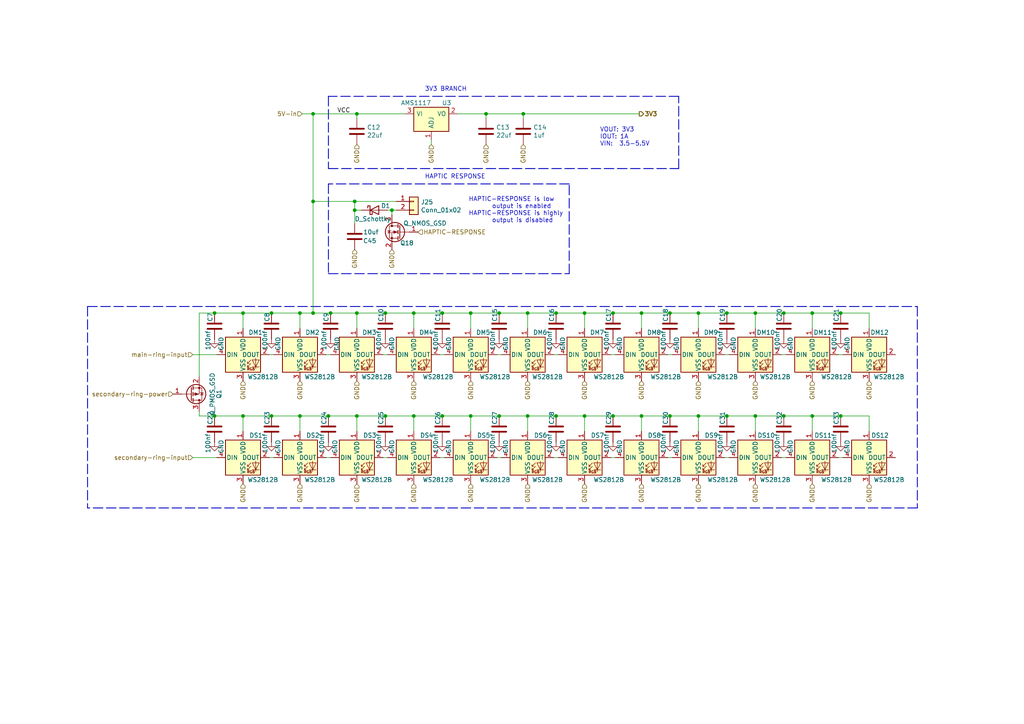
<source format=kicad_sch>
(kicad_sch (version 20211123) (generator eeschema)
  (paper "A4")
  (lib_symbols
    (symbol "LED:WS2812B" (pin_names (offset 0.254))
      (property "Reference" "D" (at 5.08 5.715 0))
      (property "Value" "WS2812B" (at 1.27 -5.715 0))
      (symbol "WS2812B_0_0"
        (text "RGB" (at 2.286 -4.191 0) (effects (font (size 0.762 0.762))))
      )
      (symbol "WS2812B_0_1"
        (polyline (pts (xy 1.27 -3.556) (xy 1.778 -3.556)))
        (polyline (pts (xy 1.27 -2.54) (xy 1.778 -2.54)))
        (polyline (pts (xy 4.699 -3.556) (xy 2.667 -3.556)))
        (polyline (pts (xy 2.286 -2.54) (xy 1.27 -3.556) (xy 1.27 -3.048)))
        (polyline (pts (xy 2.286 -1.524) (xy 1.27 -2.54) (xy 1.27 -2.032)))
        (polyline (pts (xy 3.683 -1.016) (xy 3.683 -3.556) (xy 3.683 -4.064)))
        (polyline (pts (xy 4.699 -1.524) (xy 2.667 -1.524) (xy 3.683 -3.556) (xy 4.699 -1.524)))
        (rectangle (start 5.08 5.08) (end -5.08 -5.08) (stroke (width 0.254)) (fill (type background)))
      )
      (symbol "WS2812B_1_1"
        (pin power_in line (at 0 7.62 270) (length 2.54) (name "VDD") (number "1"))
        (pin output line (at 7.62 0 180) (length 2.54) (name "DOUT") (number "2"))
        (pin power_in line (at 0 -7.62 90) (length 2.54) (name "VSS") (number "3"))
        (pin input line (at -7.62 0 0) (length 2.54) (name "DIN") (number "4"))
      )
    )
    (symbol "Regulator_Linear:AMS1117" (pin_names (offset 0.762))
      (property "Reference" "U" (at -3.81 3.175 0))
      (property "Value" "AMS1117" (at 0 3.175 0))
      (symbol "AMS1117_0_1"
        (rectangle (start -5.08 -5.08) (end 5.08 1.905) (stroke (width 0.254)) (fill (type background)))
      )
      (symbol "AMS1117_1_1"
        (pin input line (at 0 -7.62 90) (length 2.54) (name "ADJ") (number "1"))
        (pin power_out line (at 7.62 0 180) (length 2.54) (name "VO") (number "2"))
        (pin power_in line (at -7.62 0 0) (length 2.54) (name "VI") (number "3"))
      )
    )
    (symbol "future-rescue:C-Device" (pin_numbers hide) (pin_names (offset 0.254))
      (property "Reference" "C" (at 0.635 2.54 0))
      (property "Value" "C-Device" (at 0.635 -2.54 0))
      (symbol "C-Device_0_1"
        (polyline (pts (xy -2.032 -0.762) (xy 2.032 -0.762)) (stroke (width 0.508)))
        (polyline (pts (xy -2.032 0.762) (xy 2.032 0.762)) (stroke (width 0.508)))
      )
      (symbol "C-Device_1_1"
        (pin passive line (at 0 3.81 270) (length 2.794) (name "~") (number "1"))
        (pin passive line (at 0 -3.81 90) (length 2.794) (name "~") (number "2"))
      )
    )
    (symbol "future-rescue:Conn_01x02-Connector_Generic" (pin_names (offset 1.016) hide)
      (property "Reference" "J" (at 0 2.54 0))
      (property "Value" "Conn_01x02-Connector_Generic" (at 0 -5.08 0))
      (symbol "Conn_01x02-Connector_Generic_1_1"
        (rectangle (start -1.27 -2.413) (end 0 -2.667) (stroke (width 0.1524)))
        (rectangle (start -1.27 0.127) (end 0 -0.127) (stroke (width 0.1524)))
        (rectangle (start -1.27 1.27) (end 1.27 -3.81) (stroke (width 0.254)) (fill (type background)))
        (pin passive line (at -5.08 0 0) (length 3.81) (name "Pin_1") (number "1"))
        (pin passive line (at -5.08 -2.54 0) (length 3.81) (name "Pin_2") (number "2"))
      )
    )
    (symbol "future-rescue:D_Schottky-Device" (pin_numbers hide) (pin_names (offset 1.016) hide)
      (property "Reference" "D" (at 0 2.54 0))
      (property "Value" "D_Schottky-Device" (at 0 -2.54 0))
      (symbol "D_Schottky-Device_0_1"
        (polyline (pts (xy 1.27 0) (xy -1.27 0)))
        (polyline (pts (xy 1.27 1.27) (xy 1.27 -1.27) (xy -1.27 0) (xy 1.27 1.27)) (stroke (width 0.254)))
        (polyline (pts (xy -1.905 0.635) (xy -1.905 1.27) (xy -1.27 1.27) (xy -1.27 -1.27) (xy -0.635 -1.27) (xy -0.635 -0.635)) (stroke (width 0.254)))
      )
      (symbol "D_Schottky-Device_1_1"
        (pin passive line (at -3.81 0 0) (length 2.54) (name "K") (number "1"))
        (pin passive line (at 3.81 0 180) (length 2.54) (name "A") (number "2"))
      )
    )
    (symbol "future-rescue:GND-power" (power) (pin_names (offset 0))
      (property "Value" "GND-power" (at 0 -3.81 0))
      (symbol "GND-power_0_1"
        (polyline (pts (xy 0 0) (xy 0 -1.27) (xy 1.27 -1.27) (xy 0 -2.54) (xy -1.27 -1.27) (xy 0 -1.27)))
      )
      (symbol "GND-power_1_1"
        (pin power_in line (at 0 0 270) (length 0) hide (name "GND") (number "1"))
      )
    )
    (symbol "future-rescue:Q_NMOS_GSD-Device" (pin_names (offset 0) hide)
      (property "Reference" "Q" (at 5.08 1.27 0))
      (property "Value" "Q_NMOS_GSD-Device" (at 5.08 -1.27 0))
      (symbol "Q_NMOS_GSD-Device_0_1"
        (polyline (pts (xy 0.254 0) (xy -2.54 0)))
        (polyline (pts (xy 0.254 1.905) (xy 0.254 -1.905)) (stroke (width 0.254)))
        (polyline (pts (xy 0.762 -1.27) (xy 0.762 -2.286)) (stroke (width 0.254)))
        (polyline (pts (xy 0.762 0.508) (xy 0.762 -0.508)) (stroke (width 0.254)))
        (polyline (pts (xy 0.762 2.286) (xy 0.762 1.27)) (stroke (width 0.254)))
        (polyline (pts (xy 2.54 2.54) (xy 2.54 1.778)))
        (polyline (pts (xy 2.54 -2.54) (xy 2.54 0) (xy 0.762 0)))
        (polyline (pts (xy 0.762 -1.778) (xy 3.302 -1.778) (xy 3.302 1.778) (xy 0.762 1.778)))
        (polyline (pts (xy 1.016 0) (xy 2.032 0.381) (xy 2.032 -0.381) (xy 1.016 0)) (fill (type outline)))
        (polyline (pts (xy 2.794 0.508) (xy 2.921 0.381) (xy 3.683 0.381) (xy 3.81 0.254)))
        (polyline (pts (xy 3.302 0.381) (xy 2.921 -0.254) (xy 3.683 -0.254) (xy 3.302 0.381)))
        (circle (center 1.651 0) (radius 2.794) (stroke (width 0.254)))
        (circle (center 2.54 -1.778) (radius 0.254) (fill (type outline)))
        (circle (center 2.54 1.778) (radius 0.254) (fill (type outline)))
      )
      (symbol "Q_NMOS_GSD-Device_1_1"
        (pin input line (at -5.08 0 0) (length 2.54) (name "G") (number "1"))
        (pin passive line (at 2.54 -5.08 90) (length 2.54) (name "S") (number "2"))
        (pin passive line (at 2.54 5.08 270) (length 2.54) (name "D") (number "3"))
      )
    )
    (symbol "future-rescue:Q_PMOS_GSD-Device" (pin_names (offset 0) hide)
      (property "Reference" "Q" (at 5.08 1.27 0))
      (property "Value" "Q_PMOS_GSD-Device" (at 5.08 -1.27 0))
      (symbol "Q_PMOS_GSD-Device_0_1"
        (polyline (pts (xy 0.254 0) (xy -2.54 0)))
        (polyline (pts (xy 0.254 1.905) (xy 0.254 -1.905)) (stroke (width 0.254)))
        (polyline (pts (xy 0.762 -1.27) (xy 0.762 -2.286)) (stroke (width 0.254)))
        (polyline (pts (xy 0.762 0.508) (xy 0.762 -0.508)) (stroke (width 0.254)))
        (polyline (pts (xy 0.762 2.286) (xy 0.762 1.27)) (stroke (width 0.254)))
        (polyline (pts (xy 2.54 2.54) (xy 2.54 1.778)))
        (polyline (pts (xy 2.54 -2.54) (xy 2.54 0) (xy 0.762 0)))
        (polyline (pts (xy 0.762 1.778) (xy 3.302 1.778) (xy 3.302 -1.778) (xy 0.762 -1.778)))
        (polyline (pts (xy 2.286 0) (xy 1.27 0.381) (xy 1.27 -0.381) (xy 2.286 0)) (fill (type outline)))
        (polyline (pts (xy 2.794 -0.508) (xy 2.921 -0.381) (xy 3.683 -0.381) (xy 3.81 -0.254)))
        (polyline (pts (xy 3.302 -0.381) (xy 2.921 0.254) (xy 3.683 0.254) (xy 3.302 -0.381)))
        (circle (center 1.651 0) (radius 2.794) (stroke (width 0.254)))
        (circle (center 2.54 -1.778) (radius 0.254) (fill (type outline)))
        (circle (center 2.54 1.778) (radius 0.254) (fill (type outline)))
      )
      (symbol "Q_PMOS_GSD-Device_1_1"
        (pin input line (at -5.08 0 0) (length 2.54) (name "G") (number "1"))
        (pin passive line (at 2.54 -5.08 90) (length 2.54) (name "S") (number "2"))
        (pin passive line (at 2.54 5.08 270) (length 2.54) (name "D") (number "3"))
      )
    )
  )
  (junction (at 62.23 90.805))
  (junction (at 78.74 90.805))
  (junction (at 90.805 58.42))
  (junction (at 102.87 58.42))
  (junction (at 169.545 120.65))
  (junction (at 144.78 90.805))
  (junction (at 219.075 120.65))
  (junction (at 70.485 90.805))
  (junction (at 227.33 90.805))
  (junction (at 169.545 90.805))
  (junction (at 235.585 120.65))
  (junction (at 219.075 90.805))
  (junction (at 120.015 90.805))
  (junction (at 243.84 120.65))
  (junction (at 186.055 120.65))
  (junction (at 111.76 120.65))
  (junction (at 95.25 120.65))
  (junction (at 103.505 33.02))
  (junction (at 161.29 120.65))
  (junction (at 136.525 120.65))
  (junction (at 210.82 90.805))
  (junction (at 153.035 120.65))
  (junction (at 151.765 33.02))
  (junction (at 86.995 120.65))
  (junction (at 210.82 120.65))
  (junction (at 95.885 90.805))
  (junction (at 194.31 120.65))
  (junction (at 128.27 120.65))
  (junction (at 103.505 120.65))
  (junction (at 62.23 120.65))
  (junction (at 144.78 120.65))
  (junction (at 243.84 90.805))
  (junction (at 186.055 90.805))
  (junction (at 120.015 120.65))
  (junction (at 113.665 60.96))
  (junction (at 153.035 90.805))
  (junction (at 235.585 90.805))
  (junction (at 102.87 60.96))
  (junction (at 177.8 90.805))
  (junction (at 86.995 90.805))
  (junction (at 90.805 90.805))
  (junction (at 202.565 120.65))
  (junction (at 78.74 120.65))
  (junction (at 103.505 90.805))
  (junction (at 161.29 90.805))
  (junction (at 227.33 120.65))
  (junction (at 111.76 90.805))
  (junction (at 70.485 120.65))
  (junction (at 136.525 90.805))
  (junction (at 202.565 90.805))
  (junction (at 177.8 120.65))
  (junction (at 194.31 90.805))
  (junction (at 128.27 90.805))
  (junction (at 140.97 33.02))
  (junction (at 90.805 33.02))
  (wire (pts (xy 244.475 102.87) (xy 243.205 102.87)))
  (wire (pts (xy 140.97 33.02) (xy 151.765 33.02)))
  (wire (pts (xy 161.925 102.87) (xy 160.655 102.87)))
  (wire (pts (xy 136.525 120.65) (xy 144.78 120.65)))
  (wire (pts (xy 111.76 120.65) (xy 120.015 120.65)))
  (wire (pts (xy 86.995 90.805) (xy 86.995 95.25)))
  (wire (pts (xy 57.785 120.65) (xy 57.785 119.38)))
  (wire (pts (xy 169.545 120.65) (xy 177.8 120.65)))
  (wire (pts (xy 252.095 95.25) (xy 252.095 90.805)))
  (wire (pts (xy 104.775 60.96) (xy 102.87 60.96)))
  (wire (pts (xy 178.435 102.87) (xy 177.165 102.87)))
  (wire (pts (xy 153.035 120.65) (xy 153.035 125.095)))
  (wire (pts (xy 169.545 120.65) (xy 169.545 125.095)))
  (wire (pts (xy 128.905 132.715) (xy 127.635 132.715)))
  (wire (pts (xy 78.74 120.65) (xy 86.995 120.65)))
  (wire (pts (xy 219.075 90.805) (xy 219.075 95.25)))
  (wire (pts (xy 113.665 62.23) (xy 113.665 60.96)))
  (wire (pts (xy 102.87 58.42) (xy 90.805 58.42)))
  (wire (pts (xy 103.505 120.65) (xy 111.76 120.65)))
  (wire (pts (xy 219.075 90.805) (xy 227.33 90.805)))
  (wire (pts (xy 113.665 60.96) (xy 114.935 60.96)))
  (wire (pts (xy 177.8 90.805) (xy 186.055 90.805)))
  (wire (pts (xy 86.995 120.65) (xy 86.995 125.095)))
  (wire (pts (xy 103.505 120.65) (xy 103.505 125.095)))
  (wire (pts (xy 140.97 33.02) (xy 140.97 34.29)))
  (wire (pts (xy 86.995 120.65) (xy 95.25 120.65)))
  (wire (pts (xy 128.27 90.805) (xy 136.525 90.805)))
  (wire (pts (xy 79.375 132.715) (xy 78.105 132.715)))
  (wire (pts (xy 62.23 90.805) (xy 57.785 90.805)))
  (polyline (pts (xy 196.85 27.94) (xy 95.25 27.94)) (stroke (width 0.254)))
  (wire (pts (xy 227.965 102.87) (xy 226.695 102.87)))
  (wire (pts (xy 194.31 120.65) (xy 202.565 120.65)))
  (wire (pts (xy 145.415 102.87) (xy 144.145 102.87)))
  (wire (pts (xy 57.785 90.805) (xy 57.785 109.22)))
  (wire (pts (xy 70.485 120.65) (xy 62.23 120.65)))
  (wire (pts (xy 244.475 132.715) (xy 243.205 132.715)))
  (wire (pts (xy 151.765 33.02) (xy 151.765 34.29)))
  (wire (pts (xy 90.805 90.805) (xy 95.885 90.805)))
  (wire (pts (xy 90.805 90.805) (xy 86.995 90.805)))
  (wire (pts (xy 103.505 90.805) (xy 111.76 90.805)))
  (wire (pts (xy 102.87 64.77) (xy 102.87 60.96)))
  (wire (pts (xy 103.505 33.02) (xy 90.805 33.02)))
  (wire (pts (xy 186.055 120.65) (xy 186.055 125.095)))
  (wire (pts (xy 70.485 120.65) (xy 78.74 120.65)))
  (wire (pts (xy 186.055 90.805) (xy 186.055 95.25)))
  (wire (pts (xy 136.525 90.805) (xy 144.78 90.805)))
  (wire (pts (xy 113.665 60.96) (xy 112.395 60.96)))
  (wire (pts (xy 95.885 90.805) (xy 103.505 90.805)))
  (wire (pts (xy 169.545 90.805) (xy 169.545 95.25)))
  (wire (pts (xy 169.545 90.805) (xy 177.8 90.805)))
  (wire (pts (xy 153.035 120.65) (xy 161.29 120.65)))
  (wire (pts (xy 95.885 102.87) (xy 94.615 102.87)))
  (wire (pts (xy 186.055 90.805) (xy 194.31 90.805)))
  (wire (pts (xy 78.74 90.805) (xy 86.995 90.805)))
  (polyline (pts (xy 266.065 147.32) (xy 25.4 147.32)) (stroke (width 0.254)))
  (wire (pts (xy 161.925 132.715) (xy 160.655 132.715)))
  (wire (pts (xy 132.715 33.02) (xy 140.97 33.02)))
  (wire (pts (xy 144.78 90.805) (xy 153.035 90.805)))
  (wire (pts (xy 144.78 120.65) (xy 153.035 120.65)))
  (wire (pts (xy 202.565 120.65) (xy 202.565 125.095)))
  (wire (pts (xy 70.485 90.805) (xy 70.485 95.25)))
  (wire (pts (xy 70.485 90.805) (xy 78.74 90.805)))
  (wire (pts (xy 235.585 120.65) (xy 235.585 125.095)))
  (wire (pts (xy 95.885 132.715) (xy 94.615 132.715)))
  (polyline (pts (xy 95.25 48.895) (xy 196.85 48.895)) (stroke (width 0.254)))
  (wire (pts (xy 202.565 90.805) (xy 210.82 90.805)))
  (polyline (pts (xy 165.1 79.375) (xy 165.1 53.34)) (stroke (width 0.254)))
  (wire (pts (xy 55.88 132.715) (xy 62.865 132.715)))
  (wire (pts (xy 70.485 90.805) (xy 62.23 90.805)))
  (wire (pts (xy 111.76 90.805) (xy 120.015 90.805)))
  (polyline (pts (xy 95.25 27.94) (xy 95.25 48.895)) (stroke (width 0.254)))
  (wire (pts (xy 210.82 90.805) (xy 219.075 90.805)))
  (wire (pts (xy 235.585 90.805) (xy 243.84 90.805)))
  (wire (pts (xy 112.395 132.715) (xy 111.125 132.715)))
  (wire (pts (xy 70.485 120.65) (xy 70.485 125.095)))
  (wire (pts (xy 95.25 120.65) (xy 103.505 120.65)))
  (wire (pts (xy 252.095 125.095) (xy 252.095 120.65)))
  (wire (pts (xy 120.015 90.805) (xy 120.015 95.25)))
  (wire (pts (xy 136.525 120.65) (xy 136.525 125.095)))
  (wire (pts (xy 227.33 120.65) (xy 235.585 120.65)))
  (wire (pts (xy 90.805 58.42) (xy 90.805 90.805)))
  (wire (pts (xy 136.525 90.805) (xy 136.525 95.25)))
  (wire (pts (xy 211.455 132.715) (xy 210.185 132.715)))
  (wire (pts (xy 219.075 120.65) (xy 219.075 125.095)))
  (wire (pts (xy 153.035 90.805) (xy 153.035 95.25)))
  (wire (pts (xy 235.585 90.805) (xy 235.585 95.25)))
  (polyline (pts (xy 25.4 88.9) (xy 266.065 88.9)) (stroke (width 0.254)))
  (wire (pts (xy 112.395 102.87) (xy 111.125 102.87)))
  (wire (pts (xy 243.84 90.805) (xy 252.095 90.805)))
  (polyline (pts (xy 165.1 53.34) (xy 95.25 53.34)) (stroke (width 0.254)))
  (wire (pts (xy 219.075 120.65) (xy 227.33 120.65)))
  (polyline (pts (xy 25.4 88.9) (xy 25.4 147.32)) (stroke (width 0.254)))
  (wire (pts (xy 178.435 132.715) (xy 177.165 132.715)))
  (wire (pts (xy 194.31 90.805) (xy 202.565 90.805)))
  (wire (pts (xy 161.29 90.805) (xy 169.545 90.805)))
  (wire (pts (xy 87.63 33.02) (xy 90.805 33.02)))
  (wire (pts (xy 161.29 120.65) (xy 169.545 120.65)))
  (wire (pts (xy 151.765 33.02) (xy 185.42 33.02)))
  (wire (pts (xy 103.505 34.29) (xy 103.505 33.02)))
  (wire (pts (xy 120.015 120.65) (xy 120.015 125.095)))
  (wire (pts (xy 120.015 90.805) (xy 128.27 90.805)))
  (polyline (pts (xy 266.065 88.9) (xy 266.065 147.32)) (stroke (width 0.254)))
  (wire (pts (xy 145.415 132.715) (xy 144.145 132.715)))
  (wire (pts (xy 227.33 90.805) (xy 235.585 90.805)))
  (wire (pts (xy 153.035 90.805) (xy 161.29 90.805)))
  (polyline (pts (xy 196.85 48.895) (xy 196.85 27.94)) (stroke (width 0.254)))
  (wire (pts (xy 90.805 33.02) (xy 90.805 58.42)))
  (wire (pts (xy 210.82 120.65) (xy 219.075 120.65)))
  (polyline (pts (xy 95.25 79.375) (xy 165.1 79.375)) (stroke (width 0.254)))
  (wire (pts (xy 102.87 60.96) (xy 102.87 58.42)))
  (wire (pts (xy 202.565 90.805) (xy 202.565 95.25)))
  (wire (pts (xy 194.945 102.87) (xy 193.675 102.87)))
  (wire (pts (xy 211.455 102.87) (xy 210.185 102.87)))
  (wire (pts (xy 186.055 120.65) (xy 194.31 120.65)))
  (wire (pts (xy 128.905 102.87) (xy 127.635 102.87)))
  (polyline (pts (xy 95.25 53.34) (xy 95.25 79.375)) (stroke (width 0.254)))
  (wire (pts (xy 79.375 102.87) (xy 78.105 102.87)))
  (wire (pts (xy 128.27 120.65) (xy 136.525 120.65)))
  (wire (pts (xy 227.965 132.715) (xy 226.695 132.715)))
  (wire (pts (xy 103.505 90.805) (xy 103.505 95.25)))
  (wire (pts (xy 114.935 58.42) (xy 102.87 58.42)))
  (wire (pts (xy 55.88 102.87) (xy 62.865 102.87)))
  (wire (pts (xy 103.505 33.02) (xy 117.475 33.02)))
  (wire (pts (xy 202.565 120.65) (xy 210.82 120.65)))
  (wire (pts (xy 194.945 132.715) (xy 193.675 132.715)))
  (wire (pts (xy 235.585 120.65) (xy 243.84 120.65)))
  (wire (pts (xy 62.23 120.65) (xy 57.785 120.65)))
  (wire (pts (xy 120.015 120.65) (xy 128.27 120.65)))
  (wire (pts (xy 177.8 120.65) (xy 186.055 120.65)))
  (wire (pts (xy 243.84 120.65) (xy 252.095 120.65)))
  (wire (pts (xy 125.095 40.64) (xy 125.095 41.91)))
  (text "VOUT: 3V3 \nIOUT: 1A\nVIN:  3.5-5.5V" (at 173.99 42.545 0) (effects (font (size 1.27 1.27)) (justify left bottom)))
  (text "HAPTIC-RESPONSE is low \n       uotput is enebl\nHAPTIC-RESPONSE is hight\n       uotput is disabled" (at 148.59 59.69 0) (effects (font (size 0 0)) (justify left bottom)))
  (text "3V3 BRANCH" (at 123.19 26.67 0) (effects (font (size 1.27 1.27)) (justify left bottom)))
  (text "HAPTIC-RESPONSE is low \n       output is enabled \nHAPTIC-RESPONSE is highly \n       output is disabled" (at 135.89 64.77 0) (effects (font (size 1.27 1.27)) (justify left bottom)))
  (text "HAPTIC RESPONSE" (at 123.19 52.07 0) (effects (font (size 1.27 1.27)) (justify left bottom)))
  (label "VCC" (at 97.79 33.02 0))
  (hierarchical_label "GND" (shape input) (at 219.075 110.49 270))
  (hierarchical_label "GND" (shape input) (at 153.035 140.335 270))
  (hierarchical_label "GND" (shape input) (at 70.485 140.335 270))
  (hierarchical_label "GND" (shape input) (at 252.095 110.49 270))
  (hierarchical_label "GND" (shape input) (at 86.995 140.335 270))
  (hierarchical_label "GND" (shape input) (at 103.505 110.49 270))
  (hierarchical_label "GND" (shape input) (at 153.035 110.49 270))
  (hierarchical_label "GND" (shape input) (at 70.485 110.49 270))
  (hierarchical_label "GND" (shape input) (at 169.545 140.335 270))
  (hierarchical_label "5V-in" (shape input) (at 87.63 33.02 180))
  (hierarchical_label "GND" (shape input) (at 120.015 140.335 270))
  (hierarchical_label "GND" (shape input) (at 103.505 140.335 270))
  (hierarchical_label "GND" (shape input) (at 103.505 41.91 270))
  (hierarchical_label "GND" (shape input) (at 120.015 110.49 270))
  (hierarchical_label "GND" (shape input) (at 140.97 41.91 270))
  (hierarchical_label "GND" (shape input) (at 186.055 140.335 270))
  (hierarchical_label "HAPTIC-RESPONSE" (shape input) (at 121.285 67.31 0))
  (hierarchical_label "GND" (shape input) (at 235.585 110.49 270))
  (hierarchical_label "3V3" (shape output) (at 185.42 33.02 0) (effects (font (thickness 0.254) bold)))
  (hierarchical_label "GND" (shape input) (at 219.075 140.335 270))
  (hierarchical_label "secondary-ring-power" (shape input) (at 50.165 114.3 180))
  (hierarchical_label "GND" (shape input) (at 113.665 72.39 270))
  (hierarchical_label "GND" (shape input) (at 202.565 110.49 270))
  (hierarchical_label "GND" (shape input) (at 102.87 72.39 270))
  (hierarchical_label "GND" (shape input) (at 202.565 140.335 270))
  (hierarchical_label "GND" (shape input) (at 151.765 41.91 270))
  (hierarchical_label "main-ring-input" (shape input) (at 55.88 102.87 180))
  (hierarchical_label "GND" (shape input) (at 125.095 41.91 270))
  (hierarchical_label "GND" (shape input) (at 252.095 140.335 270))
  (hierarchical_label "GND" (shape input) (at 186.055 110.49 270))
  (hierarchical_label "GND" (shape input) (at 235.585 140.335 270))
  (hierarchical_label "GND" (shape input) (at 86.995 110.49 270))
  (hierarchical_label "GND" (shape input) (at 136.525 110.49 270))
  (hierarchical_label "GND" (shape input) (at 136.525 140.335 270))
  (hierarchical_label "GND" (shape input) (at 169.545 110.49 270))
  (hierarchical_label "secondary-ring-input" (shape input) (at 55.88 132.715 180))
  (symbol (lib_id "future-rescue:Q_NMOS_GSD-Device") (at 116.205 67.31 0) (mirror y) (unit 1)
    (property "Reference" "Q18" (at 120.015 70.485 0) (effects (justify left)))
    (property "Value" "Q_NMOS_GSD" (at 129.54 64.77 0) (effects (justify left)))
    (property "Footprint" "Package_TO_SOT_SMD:SOT-723" (effects hide))
    (property "Datasheet" "https://datasheet.lcsc.com/lcsc/1808280054_Shanghai-Prisemi-Elec-PNM723T30V01_C169330.pdf" (effects hide))
    (property "LCSC" "C169330" (effects hide))
    (property "Manufacturer" "Prisemi Electronics" (effects hide))
    (property "PartNumber" "PNM723T30V01" (effects hide))
  )
  (symbol (lib_id "future-rescue:Conn_01x02-Connector_Generic") (at 120.015 58.42 0) (unit 1)
    (property "Reference" "J25" (at 122.047 58.6232 0) (effects (justify left)))
    (property "Value" "Conn_01x02" (at 122.047 60.9346 0) (effects (justify left)))
    (property "Footprint" "BBLS:SMD-pad-2x" (effects hide))
  )
  (symbol (lib_id "future-rescue:D_Schottky-Device") (at 108.585 60.96 0) (unit 1)
    (property "Reference" "D1" (at 110.49 59.69 0) (effects (justify left)))
    (property "Value" "D_Schottky" (at 102.87 63.5 0) (effects (justify left)))
    (property "Footprint" "BBLS:SOD-882" (effects hide))
    (property "Datasheet" "https://datasheet.lcsc.com/lcsc/1912111437_Nexperia-PMEG2005ELD,315_C458210.pdf" (effects hide))
    (property "LCSC" "C458210" (effects hide))
    (property "Manufacturer" "NEXPERIA" (effects hide))
    (property "PartNumber" "PMEG2005ELD,315" (effects hide))
  )
  (symbol (lib_id "future-rescue:C-Device") (at 102.87 68.58 180) (unit 1)
    (property "Reference" "C45" (at 109.22 69.85 0) (effects (justify left)))
    (property "Value" "10uf" (at 109.855 67.31 0) (effects (justify left)))
    (property "Footprint" "Capacitor_SMD:C_0402_1005Metric" (effects hide))
    (property "LCSC" "C77000" (effects hide))
    (property "Manufacturer" "MURATA ELECTRONICS" (effects hide))
    (property "PartNumber" " GRM155R61A106ME44D" (effects hide))
  )
  (symbol (lib_id "future-rescue:C-Device") (at 151.765 38.1 0) (unit 1)
    (property "Reference" "C14" (at 154.686 36.9316 0) (effects (justify left)))
    (property "Value" "1uf" (at 154.686 39.243 0) (effects (justify left)))
    (property "Footprint" "Capacitor_SMD:C_0805_2012Metric" (effects hide))
    (property "LCSC" "C28323" (effects hide))
    (property "Manufacturer" "Wurth Elektronik" (effects hide))
    (property "PartNumber" "885012207022" (effects hide))
  )
  (symbol (lib_id "future-rescue:C-Device") (at 140.97 38.1 0) (unit 1)
    (property "Reference" "C13" (at 143.891 36.9316 0) (effects (justify left)))
    (property "Value" "22uf" (at 143.891 39.243 0) (effects (justify left)))
    (property "Footprint" "Capacitor_SMD:C_0805_2012Metric" (effects hide))
    (property "LCSC" "C45783" (effects hide))
    (property "Manufacturer" "SAMSUNG ELECTRO-M" (effects hide))
    (property "PartNumber" "CL21A226MAQNNNE" (effects hide))
  )
  (symbol (lib_id "future-rescue:C-Device") (at 103.505 38.1 0) (unit 1)
    (property "Reference" "C12" (at 106.426 36.9316 0) (effects (justify left)))
    (property "Value" "22uf" (at 106.426 39.243 0) (effects (justify left)))
    (property "Footprint" "Capacitor_SMD:C_0805_2012Metric" (effects hide))
    (property "LCSC" "C45783" (effects hide))
    (property "Manufacturer" "SAMSUNG ELECTRO-M" (effects hide))
    (property "PartNumber" "CL21A226MAQNNNE" (effects hide))
  )
  (symbol (lib_id "future-rescue:GND-power") (at 128.27 98.425 0) (unit 1)
    (property "Reference" "#PWR0114" (effects hide))
    (property "Value" "GND" (at 130.175 99.695 90))
  )
  (symbol (lib_id "LED:WS2812B") (at 136.525 102.87 0) (unit 1)
    (property "Reference" "DM5" (at 142.24 97.155 0) (effects (justify right bottom)))
    (property "Value" "WS2812B" (at 139.065 108.585 0) (effects (justify left top)))
    (property "Footprint" "LED_SMD:LED_WS2812B_PLCC4_5.0x5.0mm_P3.2mm" (effects hide))
    (property "Datasheet" "https://cdn-shop.adafruit.com/datasheets/WS2812B.pdf" (effects hide))
  )
  (symbol (lib_id "future-rescue:C-Device") (at 177.8 94.615 0) (unit 1)
    (property "Reference" "C17" (at 176.53 93.345 90) (effects (justify left)))
    (property "Value" "100nf" (at 175.895 101.6 90) (effects (justify left)))
    (property "Footprint" "Capacitor_SMD:C_0402_1005Metric" (effects hide))
    (property "LCSC" "C1525" (effects hide))
    (property "Manufacturer" "Murata Electronics" (effects hide))
    (property "PartNumber" "GCM155R71H104KE02D" (effects hide))
  )
  (symbol (lib_id "LED:WS2812B") (at 235.585 102.87 0) (unit 1)
    (property "Reference" "DM11" (at 241.3 97.155 0) (effects (justify right bottom)))
    (property "Value" "WS2812B" (at 238.125 108.585 0) (effects (justify left top)))
    (property "Footprint" "LED_SMD:LED_WS2812B_PLCC4_5.0x5.0mm_P3.2mm" (effects hide))
    (property "Datasheet" "https://cdn-shop.adafruit.com/datasheets/WS2812B.pdf" (effects hide))
  )
  (symbol (lib_id "future-rescue:C-Device") (at 144.78 124.46 0) (unit 1)
    (property "Reference" "C27" (at 143.51 123.19 90) (effects (justify left)))
    (property "Value" "100nf" (at 142.875 131.445 90) (effects (justify left)))
    (property "Footprint" "Capacitor_SMD:C_0402_1005Metric" (effects hide))
    (property "LCSC" "C1525" (effects hide))
    (property "Manufacturer" "Murata Electronics" (effects hide))
    (property "PartNumber" "GCM155R71H104KE02D" (effects hide))
  )
  (symbol (lib_id "LED:WS2812B") (at 202.565 132.715 0) (unit 1)
    (property "Reference" "DS9" (at 208.28 127 0) (effects (justify right bottom)))
    (property "Value" "WS2812B" (at 205.105 138.43 0) (effects (justify left top)))
    (property "Footprint" "LED_SMD:LED_WS2812B_PLCC4_5.0x5.0mm_P3.2mm" (effects hide))
    (property "Datasheet" "https://cdn-shop.adafruit.com/datasheets/WS2812B.pdf" (effects hide))
  )
  (symbol (lib_id "future-rescue:GND-power") (at 78.74 98.425 0) (unit 1)
    (property "Reference" "#PWR0123" (effects hide))
    (property "Value" "GND" (at 80.645 99.695 90))
  )
  (symbol (lib_id "future-rescue:C-Device") (at 161.29 124.46 0) (unit 1)
    (property "Reference" "C28" (at 160.02 123.19 90) (effects (justify left)))
    (property "Value" "100nf" (at 159.385 131.445 90) (effects (justify left)))
    (property "Footprint" "Capacitor_SMD:C_0402_1005Metric" (effects hide))
    (property "LCSC" "C1525" (effects hide))
    (property "Manufacturer" "Murata Electronics" (effects hide))
    (property "PartNumber" "GCM155R71H104KE02D" (effects hide))
  )
  (symbol (lib_id "future-rescue:GND-power") (at 210.82 128.27 0) (unit 1)
    (property "Reference" "#PWR0136" (effects hide))
    (property "Value" "GND" (at 212.725 129.54 90))
  )
  (symbol (lib_id "future-rescue:C-Device") (at 78.74 124.46 0) (unit 1)
    (property "Reference" "C23" (at 77.47 123.19 90) (effects (justify left)))
    (property "Value" "100nf" (at 76.835 131.445 90) (effects (justify left)))
    (property "Footprint" "Capacitor_SMD:C_0402_1005Metric" (effects hide))
    (property "LCSC" "C1525" (effects hide))
    (property "Manufacturer" "Murata Electronics" (effects hide))
    (property "PartNumber" "GCM155R71H104KE02D" (effects hide))
  )
  (symbol (lib_id "future-rescue:C-Device") (at 177.8 124.46 0) (unit 1)
    (property "Reference" "C29" (at 176.53 123.19 90) (effects (justify left)))
    (property "Value" "100nf" (at 175.895 131.445 90) (effects (justify left)))
    (property "Footprint" "Capacitor_SMD:C_0402_1005Metric" (effects hide))
    (property "LCSC" "C1525" (effects hide))
    (property "Manufacturer" "Murata Electronics" (effects hide))
    (property "PartNumber" "GCM155R71H104KE02D" (effects hide))
  )
  (symbol (lib_id "future-rescue:GND-power") (at 227.33 128.27 0) (unit 1)
    (property "Reference" "#PWR0137" (effects hide))
    (property "Value" "GND" (at 229.235 129.54 90))
  )
  (symbol (lib_id "LED:WS2812B") (at 186.055 102.87 0) (unit 1)
    (property "Reference" "DM8" (at 191.77 97.155 0) (effects (justify right bottom)))
    (property "Value" "WS2812B" (at 188.595 108.585 0) (effects (justify left top)))
    (property "Footprint" "LED_SMD:LED_WS2812B_PLCC4_5.0x5.0mm_P3.2mm" (effects hide))
    (property "Datasheet" "https://cdn-shop.adafruit.com/datasheets/WS2812B.pdf" (effects hide))
  )
  (symbol (lib_id "future-rescue:GND-power") (at 194.31 128.27 0) (unit 1)
    (property "Reference" "#PWR0135" (effects hide))
    (property "Value" "GND" (at 196.215 129.54 90))
  )
  (symbol (lib_id "future-rescue:GND-power") (at 144.78 128.27 0) (unit 1)
    (property "Reference" "#PWR0128" (effects hide))
    (property "Value" "GND" (at 146.685 129.54 90))
  )
  (symbol (lib_id "LED:WS2812B") (at 235.585 132.715 0) (unit 1)
    (property "Reference" "DS11" (at 241.3 127 0) (effects (justify right bottom)))
    (property "Value" "WS2812B" (at 238.125 138.43 0) (effects (justify left top)))
    (property "Footprint" "LED_SMD:LED_WS2812B_PLCC4_5.0x5.0mm_P3.2mm" (effects hide))
    (property "Datasheet" "https://cdn-shop.adafruit.com/datasheets/WS2812B.pdf" (effects hide))
  )
  (symbol (lib_id "future-rescue:GND-power") (at 177.8 98.425 0) (unit 1)
    (property "Reference" "#PWR0121" (effects hide))
    (property "Value" "GND" (at 179.705 99.695 90))
  )
  (symbol (lib_id "future-rescue:C-Device") (at 144.78 94.615 0) (unit 1)
    (property "Reference" "C15" (at 143.51 93.345 90) (effects (justify left)))
    (property "Value" "100nf" (at 142.875 101.6 90) (effects (justify left)))
    (property "Footprint" "Capacitor_SMD:C_0402_1005Metric" (effects hide))
    (property "LCSC" "C1525" (effects hide))
    (property "Manufacturer" "Murata Electronics" (effects hide))
    (property "PartNumber" "GCM155R71H104KE02D" (effects hide))
  )
  (symbol (lib_id "future-rescue:C-Device") (at 128.27 124.46 0) (unit 1)
    (property "Reference" "C26" (at 127 123.19 90) (effects (justify left)))
    (property "Value" "100nf" (at 126.365 131.445 90) (effects (justify left)))
    (property "Footprint" "Capacitor_SMD:C_0402_1005Metric" (effects hide))
    (property "LCSC" "C1525" (effects hide))
    (property "Manufacturer" "Murata Electronics" (effects hide))
    (property "PartNumber" "GCM155R71H104KE02D" (effects hide))
  )
  (symbol (lib_id "LED:WS2812B") (at 169.545 132.715 0) (unit 1)
    (property "Reference" "DS7" (at 175.26 127 0) (effects (justify right bottom)))
    (property "Value" "WS2812B" (at 172.085 138.43 0) (effects (justify left top)))
    (property "Footprint" "LED_SMD:LED_WS2812B_PLCC4_5.0x5.0mm_P3.2mm" (effects hide))
    (property "Datasheet" "https://cdn-shop.adafruit.com/datasheets/WS2812B.pdf" (effects hide))
  )
  (symbol (lib_id "LED:WS2812B") (at 252.095 132.715 0) (unit 1)
    (property "Reference" "DS12" (at 257.81 127 0) (effects (justify right bottom)))
    (property "Value" "WS2812B" (at 253.365 138.43 0) (effects (justify left top)))
    (property "Footprint" "LED_SMD:LED_WS2812B_PLCC4_5.0x5.0mm_P3.2mm" (effects hide))
    (property "Datasheet" "https://cdn-shop.adafruit.com/datasheets/WS2812B.pdf" (effects hide))
  )
  (symbol (lib_id "future-rescue:GND-power") (at 62.23 128.27 0) (unit 1)
    (property "Reference" "#PWR0125" (effects hide))
    (property "Value" "GND" (at 64.135 129.54 90))
  )
  (symbol (lib_id "future-rescue:C-Device") (at 210.82 94.615 0) (unit 1)
    (property "Reference" "C19" (at 209.55 93.345 90) (effects (justify left)))
    (property "Value" "100nf" (at 208.915 101.6 90) (effects (justify left)))
    (property "Footprint" "Capacitor_SMD:C_0402_1005Metric" (effects hide))
    (property "LCSC" "C1525" (effects hide))
    (property "Manufacturer" "Murata Electronics" (effects hide))
    (property "PartNumber" "GCM155R71H104KE02D" (effects hide))
  )
  (symbol (lib_id "future-rescue:GND-power") (at 177.8 128.27 0) (unit 1)
    (property "Reference" "#PWR0122" (effects hide))
    (property "Value" "GND" (at 179.705 129.54 90))
  )
  (symbol (lib_id "future-rescue:C-Device") (at 161.29 94.615 0) (unit 1)
    (property "Reference" "C16" (at 160.02 93.345 90) (effects (justify left)))
    (property "Value" "100nf" (at 159.385 101.6 90) (effects (justify left)))
    (property "Footprint" "Capacitor_SMD:C_0402_1005Metric" (effects hide))
    (property "LCSC" "C1525" (effects hide))
    (property "Manufacturer" "Murata Electronics" (effects hide))
    (property "PartNumber" "GCM155R71H104KE02D" (effects hide))
  )
  (symbol (lib_id "LED:WS2812B") (at 219.075 102.87 0) (unit 1)
    (property "Reference" "DM10" (at 224.79 97.155 0) (effects (justify right bottom)))
    (property "Value" "WS2812B" (at 220.345 108.585 0) (effects (justify left top)))
    (property "Footprint" "LED_SMD:LED_WS2812B_PLCC4_5.0x5.0mm_P3.2mm" (effects hide))
    (property "Datasheet" "https://cdn-shop.adafruit.com/datasheets/WS2812B.pdf" (effects hide))
  )
  (symbol (lib_id "future-rescue:C-Device") (at 243.84 124.46 0) (unit 1)
    (property "Reference" "C33" (at 242.57 123.19 90) (effects (justify left)))
    (property "Value" "100nf" (at 241.935 131.445 90) (effects (justify left)))
    (property "Footprint" "Capacitor_SMD:C_0402_1005Metric" (effects hide))
    (property "LCSC" "C1525" (effects hide))
    (property "Manufacturer" "Murata Electronics" (effects hide))
    (property "PartNumber" "GCM155R71H104KE02D" (effects hide))
  )
  (symbol (lib_id "LED:WS2812B") (at 120.015 132.715 0) (unit 1)
    (property "Reference" "DS4" (at 125.73 127 0) (effects (justify right bottom)))
    (property "Value" "WS2812B" (at 122.555 138.43 0) (effects (justify left top)))
    (property "Footprint" "LED_SMD:LED_WS2812B_PLCC4_5.0x5.0mm_P3.2mm" (effects hide))
    (property "Datasheet" "https://cdn-shop.adafruit.com/datasheets/WS2812B.pdf" (effects hide))
  )
  (symbol (lib_id "LED:WS2812B") (at 70.485 102.87 0) (unit 1)
    (property "Reference" "DM1" (at 76.2 97.155 0) (effects (justify right bottom)))
    (property "Value" "WS2812B" (at 71.755 108.585 0) (effects (justify left top)))
    (property "Footprint" "LED_SMD:LED_WS2812B_PLCC4_5.0x5.0mm_P3.2mm" (effects hide))
    (property "Datasheet" "https://cdn-shop.adafruit.com/datasheets/WS2812B.pdf" (effects hide))
  )
  (symbol (lib_id "future-rescue:GND-power") (at 243.84 128.27 0) (unit 1)
    (property "Reference" "#PWR0132" (effects hide))
    (property "Value" "GND" (at 245.745 129.54 90))
  )
  (symbol (lib_id "future-rescue:GND-power") (at 161.29 98.425 0) (unit 1)
    (property "Reference" "#PWR0120" (effects hide))
    (property "Value" "GND" (at 163.195 99.695 90))
  )
  (symbol (lib_id "LED:WS2812B") (at 136.525 132.715 0) (unit 1)
    (property "Reference" "DS5" (at 142.24 127 0) (effects (justify right bottom)))
    (property "Value" "WS2812B" (at 139.065 138.43 0) (effects (justify left top)))
    (property "Footprint" "LED_SMD:LED_WS2812B_PLCC4_5.0x5.0mm_P3.2mm" (effects hide))
    (property "Datasheet" "https://cdn-shop.adafruit.com/datasheets/WS2812B.pdf" (effects hide))
  )
  (symbol (lib_id "future-rescue:GND-power") (at 194.31 98.425 0) (unit 1)
    (property "Reference" "#PWR0131" (effects hide))
    (property "Value" "GND" (at 196.215 99.695 90))
  )
  (symbol (lib_id "future-rescue:GND-power") (at 243.84 98.425 0) (unit 1)
    (property "Reference" "#PWR0133" (effects hide))
    (property "Value" "GND" (at 245.745 99.695 90))
  )
  (symbol (lib_id "future-rescue:GND-power") (at 95.25 128.27 0) (unit 1)
    (property "Reference" "#PWR0118" (effects hide))
    (property "Value" "GND" (at 97.155 129.54 90))
  )
  (symbol (lib_id "future-rescue:GND-power") (at 111.76 128.27 0) (unit 1)
    (property "Reference" "#PWR0119" (effects hide))
    (property "Value" "GND" (at 113.665 129.54 90))
  )
  (symbol (lib_id "future-rescue:C-Device") (at 111.76 124.46 0) (unit 1)
    (property "Reference" "C25" (at 110.49 123.19 90) (effects (justify left)))
    (property "Value" "100nf" (at 109.855 131.445 90) (effects (justify left)))
    (property "Footprint" "Capacitor_SMD:C_0402_1005Metric" (effects hide))
    (property "LCSC" "C1525" (effects hide))
    (property "Manufacturer" "Murata Electronics" (effects hide))
    (property "PartNumber" "GCM155R71H104KE02D" (effects hide))
  )
  (symbol (lib_id "LED:WS2812B") (at 103.505 132.715 0) (unit 1)
    (property "Reference" "DS3" (at 109.22 127 0) (effects (justify right bottom)))
    (property "Value" "WS2812B" (at 104.775 138.43 0) (effects (justify left top)))
    (property "Footprint" "LED_SMD:LED_WS2812B_PLCC4_5.0x5.0mm_P3.2mm" (effects hide))
    (property "Datasheet" "https://cdn-shop.adafruit.com/datasheets/WS2812B.pdf" (effects hide))
  )
  (symbol (lib_id "LED:WS2812B") (at 252.095 102.87 0) (unit 1)
    (property "Reference" "DM12" (at 257.81 97.155 0) (effects (justify right bottom)))
    (property "Value" "WS2812B" (at 253.365 108.585 0) (effects (justify left top)))
    (property "Footprint" "LED_SMD:LED_WS2812B_PLCC4_5.0x5.0mm_P3.2mm" (effects hide))
    (property "Datasheet" "https://cdn-shop.adafruit.com/datasheets/WS2812B.pdf" (effects hide))
  )
  (symbol (lib_id "LED:WS2812B") (at 153.035 132.715 0) (unit 1)
    (property "Reference" "DS6" (at 158.75 127 0) (effects (justify right bottom)))
    (property "Value" "WS2812B" (at 154.305 138.43 0) (effects (justify left top)))
    (property "Footprint" "LED_SMD:LED_WS2812B_PLCC4_5.0x5.0mm_P3.2mm" (effects hide))
    (property "Datasheet" "https://cdn-shop.adafruit.com/datasheets/WS2812B.pdf" (effects hide))
  )
  (symbol (lib_id "LED:WS2812B") (at 219.075 132.715 0) (unit 1)
    (property "Reference" "DS10" (at 224.79 127 0) (effects (justify right bottom)))
    (property "Value" "WS2812B" (at 220.345 138.43 0) (effects (justify left top)))
    (property "Footprint" "LED_SMD:LED_WS2812B_PLCC4_5.0x5.0mm_P3.2mm" (effects hide))
    (property "Datasheet" "https://cdn-shop.adafruit.com/datasheets/WS2812B.pdf" (effects hide))
  )
  (symbol (lib_id "future-rescue:GND-power") (at 95.885 98.425 0) (unit 1)
    (property "Reference" "#PWR0116" (effects hide))
    (property "Value" "GND" (at 97.79 99.695 90))
  )
  (symbol (lib_id "future-rescue:C-Device") (at 194.31 124.46 0) (unit 1)
    (property "Reference" "C30" (at 193.04 123.19 90) (effects (justify left)))
    (property "Value" "100nf" (at 192.405 131.445 90) (effects (justify left)))
    (property "Footprint" "Capacitor_SMD:C_0402_1005Metric" (effects hide))
    (property "LCSC" "C1525" (effects hide))
    (property "Manufacturer" "Murata Electronics" (effects hide))
    (property "PartNumber" "GCM155R71H104KE02D" (effects hide))
  )
  (symbol (lib_id "future-rescue:GND-power") (at 128.27 128.27 0) (unit 1)
    (property "Reference" "#PWR0115" (effects hide))
    (property "Value" "GND" (at 130.175 129.54 90))
  )
  (symbol (lib_id "LED:WS2812B") (at 120.015 102.87 0) (unit 1)
    (property "Reference" "DM4" (at 125.73 97.155 0) (effects (justify right bottom)))
    (property "Value" "WS2812B" (at 122.555 108.585 0) (effects (justify left top)))
    (property "Footprint" "LED_SMD:LED_WS2812B_PLCC4_5.0x5.0mm_P3.2mm" (effects hide))
    (property "Datasheet" "https://cdn-shop.adafruit.com/datasheets/WS2812B.pdf" (effects hide))
  )
  (symbol (lib_id "future-rescue:GND-power") (at 227.33 98.425 0) (unit 1)
    (property "Reference" "#PWR0134" (effects hide))
    (property "Value" "GND" (at 229.235 99.695 90))
  )
  (symbol (lib_id "future-rescue:GND-power") (at 111.76 98.425 0) (unit 1)
    (property "Reference" "#PWR0117" (effects hide))
    (property "Value" "GND" (at 113.665 99.695 90))
  )
  (symbol (lib_id "future-rescue:GND-power") (at 210.82 98.425 0) (unit 1)
    (property "Reference" "#PWR0130" (effects hide))
    (property "Value" "GND" (at 212.725 99.695 90))
  )
  (symbol (lib_id "future-rescue:GND-power") (at 144.78 98.425 0) (unit 1)
    (property "Reference" "#PWR0127" (effects hide))
    (property "Value" "GND" (at 146.685 99.695 90))
  )
  (symbol (lib_id "future-rescue:C-Device") (at 194.31 94.615 0) (unit 1)
    (property "Reference" "C18" (at 193.04 93.345 90) (effects (justify left)))
    (property "Value" "100nf" (at 192.405 101.6 90) (effects (justify left)))
    (property "Footprint" "Capacitor_SMD:C_0402_1005Metric" (effects hide))
    (property "LCSC" "C1525" (effects hide))
    (property "Manufacturer" "Murata Electronics" (effects hide))
    (property "PartNumber" "GCM155R71H104KE02D" (effects hide))
  )
  (symbol (lib_id "future-rescue:C-Device") (at 227.33 124.46 0) (unit 1)
    (property "Reference" "C32" (at 226.06 123.19 90) (effects (justify left)))
    (property "Value" "100nf" (at 225.425 131.445 90) (effects (justify left)))
    (property "Footprint" "Capacitor_SMD:C_0402_1005Metric" (effects hide))
    (property "LCSC" "C1525" (effects hide))
    (property "Manufacturer" "Murata Electronics" (effects hide))
    (property "PartNumber" "GCM155R71H104KE02D" (effects hide))
  )
  (symbol (lib_id "future-rescue:C-Device") (at 210.82 124.46 0) (unit 1)
    (property "Reference" "C31" (at 209.55 123.19 90) (effects (justify left)))
    (property "Value" "100nf" (at 208.915 131.445 90) (effects (justify left)))
    (property "Footprint" "Capacitor_SMD:C_0402_1005Metric" (effects hide))
    (property "LCSC" "C1525" (effects hide))
    (property "Manufacturer" "Murata Electronics" (effects hide))
    (property "PartNumber" "GCM155R71H104KE02D" (effects hide))
  )
  (symbol (lib_id "future-rescue:Q_PMOS_GSD-Device") (at 55.245 114.3 0) (mirror x) (unit 1)
    (property "Reference" "Q1" (at 63.5 114.3 90))
    (property "Value" "Q_PMOS_GSD" (at 61.595 114.3 90))
    (property "Footprint" "Package_TO_SOT_SMD:SOT-23" (effects hide))
    (property "Datasheet" "https://datasheet.lcsc.com/szlcsc/Alpha-Omega-Semicon-AOS-PNM723T30V01_C15127.pdf" (effects hide))
    (property "LCSC" "C15127" (effects hide))
    (property "Manufacturer" "Alpha and Omega Semiconductor" (effects hide))
    (property "PartNumber" "AO3401A" (effects hide))
  )
  (symbol (lib_id "future-rescue:C-Device") (at 243.84 94.615 0) (unit 1)
    (property "Reference" "C21" (at 242.57 93.345 90) (effects (justify left)))
    (property "Value" "100nf" (at 241.935 101.6 90) (effects (justify left)))
    (property "Footprint" "Capacitor_SMD:C_0402_1005Metric" (effects hide))
    (property "LCSC" "C1525" (effects hide))
    (property "Manufacturer" "Murata Electronics" (effects hide))
    (property "PartNumber" "GCM155R71H104KE02D" (effects hide))
  )
  (symbol (lib_id "future-rescue:C-Device") (at 78.74 94.615 0) (unit 1)
    (property "Reference" "C8" (at 77.47 93.345 90) (effects (justify left)))
    (property "Value" "100nf" (at 76.835 101.6 90) (effects (justify left)))
    (property "Footprint" "Capacitor_SMD:C_0402_1005Metric" (effects hide))
    (property "LCSC" "C1525" (effects hide))
    (property "Manufacturer" "Murata Electronics" (effects hide))
    (property "PartNumber" "GCM155R71H104KE02D" (effects hide))
  )
  (symbol (lib_id "future-rescue:C-Device") (at 95.25 124.46 0) (unit 1)
    (property "Reference" "C24" (at 93.98 123.19 90) (effects (justify left)))
    (property "Value" "100nf" (at 93.345 131.445 90) (effects (justify left)))
    (property "Footprint" "Capacitor_SMD:C_0402_1005Metric" (effects hide))
    (property "LCSC" "C1525" (effects hide))
    (property "Manufacturer" "Murata Electronics" (effects hide))
    (property "PartNumber" "GCM155R71H104KE02D" (effects hide))
  )
  (symbol (lib_id "LED:WS2812B") (at 202.565 102.87 0) (unit 1)
    (property "Reference" "DM9" (at 208.28 97.155 0) (effects (justify right bottom)))
    (property "Value" "WS2812B" (at 205.105 108.585 0) (effects (justify left top)))
    (property "Footprint" "LED_SMD:LED_WS2812B_PLCC4_5.0x5.0mm_P3.2mm" (effects hide))
    (property "Datasheet" "https://cdn-shop.adafruit.com/datasheets/WS2812B.pdf" (effects hide))
  )
  (symbol (lib_id "future-rescue:GND-power") (at 78.74 128.27 0) (unit 1)
    (property "Reference" "#PWR0126" (effects hide))
    (property "Value" "GND" (at 80.645 129.54 90))
  )
  (symbol (lib_id "LED:WS2812B") (at 153.035 102.87 0) (unit 1)
    (property "Reference" "DM6" (at 158.75 97.155 0) (effects (justify right bottom)))
    (property "Value" "WS2812B" (at 154.305 108.585 0) (effects (justify left top)))
    (property "Footprint" "LED_SMD:LED_WS2812B_PLCC4_5.0x5.0mm_P3.2mm" (effects hide))
    (property "Datasheet" "https://cdn-shop.adafruit.com/datasheets/WS2812B.pdf" (effects hide))
  )
  (symbol (lib_id "LED:WS2812B") (at 70.485 132.715 0) (unit 1)
    (property "Reference" "DS1" (at 76.2 127 0) (effects (justify right bottom)))
    (property "Value" "WS2812B" (at 71.755 138.43 0) (effects (justify left top)))
    (property "Footprint" "LED_SMD:LED_WS2812B_PLCC4_5.0x5.0mm_P3.2mm" (effects hide))
    (property "Datasheet" "https://cdn-shop.adafruit.com/datasheets/WS2812B.pdf" (effects hide))
  )
  (symbol (lib_id "future-rescue:C-Device") (at 111.76 94.615 0) (unit 1)
    (property "Reference" "C10" (at 110.49 93.345 90) (effects (justify left)))
    (property "Value" "100nf" (at 109.855 101.6 90) (effects (justify left)))
    (property "Footprint" "Capacitor_SMD:C_0402_1005Metric" (effects hide))
    (property "LCSC" "C1525" (effects hide))
    (property "Manufacturer" "Murata Electronics" (effects hide))
    (property "PartNumber" "GCM155R71H104KE02D" (effects hide))
  )
  (symbol (lib_id "Regulator_Linear:AMS1117") (at 125.095 33.02 0) (unit 1)
    (property "Reference" "U3" (at 129.54 29.845 0))
    (property "Value" "AMS1117" (at 120.65 29.845 0))
    (property "Footprint" "Package_TO_SOT_SMD:SOT-223-3_TabPin2" (effects hide))
    (property "Datasheet" "http://www.advanced-monolithic.com/pdf/ds1117.pdf" (effects hide))
  )
  (symbol (lib_id "LED:WS2812B") (at 103.505 102.87 0) (unit 1)
    (property "Reference" "DM3" (at 109.22 97.155 0) (effects (justify right bottom)))
    (property "Value" "WS2812B" (at 104.775 108.585 0) (effects (justify left top)))
    (property "Footprint" "LED_SMD:LED_WS2812B_PLCC4_5.0x5.0mm_P3.2mm" (effects hide))
    (property "Datasheet" "https://cdn-shop.adafruit.com/datasheets/WS2812B.pdf" (effects hide))
  )
  (symbol (lib_id "future-rescue:GND-power") (at 62.23 98.425 0) (unit 1)
    (property "Reference" "#PWR0124" (effects hide))
    (property "Value" "GND" (at 64.135 99.695 90))
  )
  (symbol (lib_id "future-rescue:C-Device") (at 62.23 94.615 0) (unit 1)
    (property "Reference" "C7" (at 60.96 93.345 90) (effects (justify left)))
    (property "Value" "100nf" (at 60.325 101.6 90) (effects (justify left)))
    (property "Footprint" "Capacitor_SMD:C_0402_1005Metric" (effects hide))
    (property "LCSC" "C1525" (effects hide))
    (property "Manufacturer" "Murata Electronics" (effects hide))
    (property "PartNumber" "GCM155R71H104KE02D" (effects hide))
  )
  (symbol (lib_id "LED:WS2812B") (at 169.545 102.87 0) (unit 1)
    (property "Reference" "DM7" (at 175.26 97.155 0) (effects (justify right bottom)))
    (property "Value" "WS2812B" (at 172.085 108.585 0) (effects (justify left top)))
    (property "Footprint" "LED_SMD:LED_WS2812B_PLCC4_5.0x5.0mm_P3.2mm" (effects hide))
    (property "Datasheet" "https://cdn-shop.adafruit.com/datasheets/WS2812B.pdf" (effects hide))
  )
  (symbol (lib_id "future-rescue:C-Device") (at 95.885 94.615 0) (unit 1)
    (property "Reference" "C9" (at 94.615 93.345 90) (effects (justify left)))
    (property "Value" "100nf" (at 93.98 101.6 90) (effects (justify left)))
    (property "Footprint" "Capacitor_SMD:C_0402_1005Metric" (effects hide))
    (property "LCSC" "C1525" (effects hide))
    (property "Manufacturer" "Murata Electronics" (effects hide))
    (property "PartNumber" "GCM155R71H104KE02D" (effects hide))
  )
  (symbol (lib_id "LED:WS2812B") (at 86.995 132.715 0) (unit 1)
    (property "Reference" "DS2" (at 92.71 127 0) (effects (justify right bottom)))
    (property "Value" "WS2812B" (at 88.265 138.43 0) (effects (justify left top)))
    (property "Footprint" "LED_SMD:LED_WS2812B_PLCC4_5.0x5.0mm_P3.2mm" (effects hide))
    (property "Datasheet" "https://cdn-shop.adafruit.com/datasheets/WS2812B.pdf" (effects hide))
  )
  (symbol (lib_id "future-rescue:C-Device") (at 62.23 124.46 0) (unit 1)
    (property "Reference" "C22" (at 60.96 123.19 90) (effects (justify left)))
    (property "Value" "100nf" (at 60.325 131.445 90) (effects (justify left)))
    (property "Footprint" "Capacitor_SMD:C_0402_1005Metric" (effects hide))
    (property "LCSC" "C1525" (effects hide))
    (property "Manufacturer" "Murata Electronics" (effects hide))
    (property "PartNumber" "GCM155R71H104KE02D" (effects hide))
  )
  (symbol (lib_id "future-rescue:C-Device") (at 227.33 94.615 0) (unit 1)
    (property "Reference" "C20" (at 226.06 93.345 90) (effects (justify left)))
    (property "Value" "100nf" (at 225.425 101.6 90) (effects (justify left)))
    (property "Footprint" "Capacitor_SMD:C_0402_1005Metric" (effects hide))
    (property "LCSC" "C1525" (effects hide))
    (property "Manufacturer" "Murata Electronics" (effects hide))
    (property "PartNumber" "GCM155R71H104KE02D" (effects hide))
  )
  (symbol (lib_id "LED:WS2812B") (at 186.055 132.715 0) (unit 1)
    (property "Reference" "DS8" (at 191.77 127 0) (effects (justify right bottom)))
    (property "Value" "WS2812B" (at 188.595 138.43 0) (effects (justify left top)))
    (property "Footprint" "LED_SMD:LED_WS2812B_PLCC4_5.0x5.0mm_P3.2mm" (effects hide))
    (property "Datasheet" "https://cdn-shop.adafruit.com/datasheets/WS2812B.pdf" (effects hide))
  )
  (symbol (lib_id "LED:WS2812B") (at 86.995 102.87 0) (unit 1)
    (property "Reference" "DM2" (at 92.71 97.155 0) (effects (justify right bottom)))
    (property "Value" "WS2812B" (at 88.265 108.585 0) (effects (justify left top)))
    (property "Footprint" "LED_SMD:LED_WS2812B_PLCC4_5.0x5.0mm_P3.2mm" (effects hide))
    (property "Datasheet" "https://cdn-shop.adafruit.com/datasheets/WS2812B.pdf" (effects hide))
  )
  (symbol (lib_id "future-rescue:C-Device") (at 128.27 94.615 0) (unit 1)
    (property "Reference" "C11" (at 127 93.345 90) (effects (justify left)))
    (property "Value" "100nf" (at 126.365 101.6 90) (effects (justify left)))
    (property "Footprint" "Capacitor_SMD:C_0402_1005Metric" (effects hide))
    (property "LCSC" "C1525" (effects hide))
    (property "Manufacturer" "Murata Electronics" (effects hide))
    (property "PartNumber" "GCM155R71H104KE02D" (effects hide))
  )
  (symbol (lib_id "future-rescue:GND-power") (at 161.29 128.27 0) (unit 1)
    (property "Reference" "#PWR0129" (effects hide))
    (property "Value" "GND" (at 163.195 129.54 90))
  )
)
</source>
